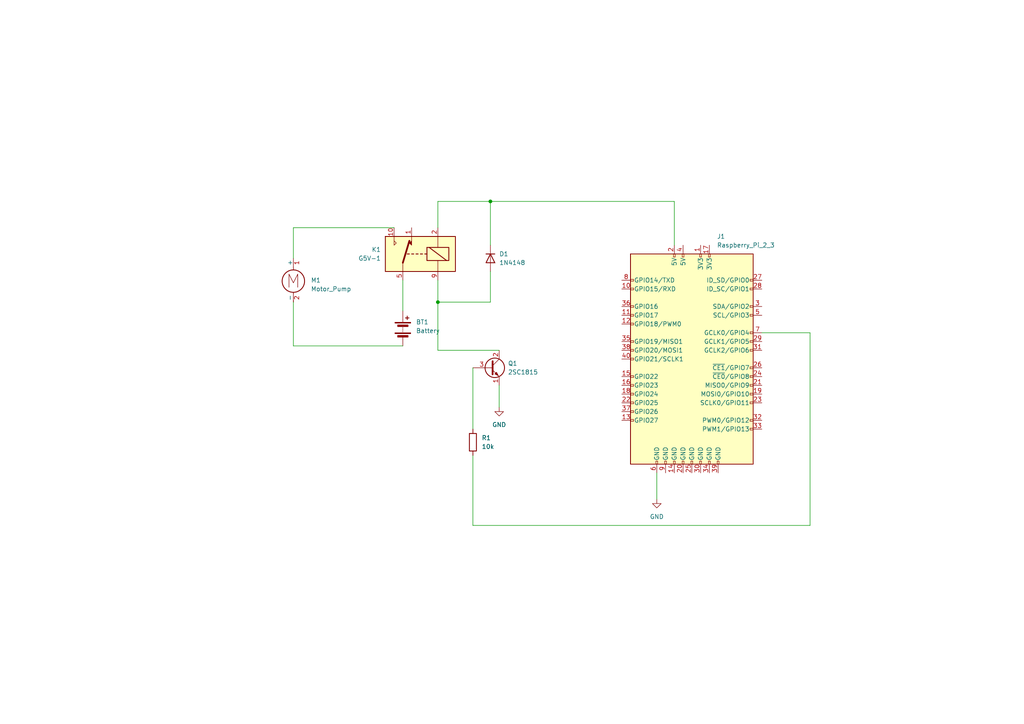
<source format=kicad_sch>
(kicad_sch (version 20230121) (generator eeschema)
  (paper "A4")
  (title_block (title "Feeder") (date "2023-12-13") (company "komasayuki"))
  (lib_symbols
    (symbol "Connector:Raspberry_Pi_2_3" (pin_names (offset 1.016))
      (property "Reference" "J" (at -17.78 31.75 0))
      (property "Value" "Raspberry_Pi_2_3" (at 10.16 -31.75 0))
      (symbol "Raspberry_Pi_2_3_0_1"
        (rectangle (start -17.78 30.48) (end 17.78 -30.48) (stroke (width 0.254)) (fill (type background)))
      )
      (symbol "Raspberry_Pi_2_3_1_1"
        (rectangle (start -16.891 -17.526) (end -17.78 -18.034))
        (rectangle (start -16.891 -14.986) (end -17.78 -15.494))
        (rectangle (start -16.891 -12.446) (end -17.78 -12.954))
        (rectangle (start -16.891 -9.906) (end -17.78 -10.414))
        (rectangle (start -16.891 -7.366) (end -17.78 -7.874))
        (rectangle (start -16.891 -4.826) (end -17.78 -5.334))
        (rectangle (start -16.891 0.254) (end -17.78 -0.254))
        (rectangle (start -16.891 2.794) (end -17.78 2.286))
        (rectangle (start -16.891 5.334) (end -17.78 4.826))
        (rectangle (start -16.891 10.414) (end -17.78 9.906))
        (rectangle (start -16.891 12.954) (end -17.78 12.446))
        (rectangle (start -16.891 15.494) (end -17.78 14.986))
        (rectangle (start -16.891 20.574) (end -17.78 20.066))
        (rectangle (start -16.891 23.114) (end -17.78 22.606))
        (rectangle (start -10.414 -29.591) (end -9.906 -30.48))
        (rectangle (start -7.874 -29.591) (end -7.366 -30.48))
        (rectangle (start -5.334 -29.591) (end -4.826 -30.48))
        (rectangle (start -5.334 30.48) (end -4.826 29.591))
        (rectangle (start -2.794 -29.591) (end -2.286 -30.48))
        (rectangle (start -2.794 30.48) (end -2.286 29.591))
        (rectangle (start -0.254 -29.591) (end 0.254 -30.48))
        (rectangle (start 2.286 -29.591) (end 2.794 -30.48))
        (rectangle (start 2.286 30.48) (end 2.794 29.591))
        (rectangle (start 4.826 -29.591) (end 5.334 -30.48))
        (rectangle (start 4.826 30.48) (end 5.334 29.591))
        (rectangle (start 7.366 -29.591) (end 7.874 -30.48))
        (rectangle (start 17.78 -20.066) (end 16.891 -20.574))
        (rectangle (start 17.78 -17.526) (end 16.891 -18.034))
        (rectangle (start 17.78 -12.446) (end 16.891 -12.954))
        (rectangle (start 17.78 -9.906) (end 16.891 -10.414))
        (rectangle (start 17.78 -7.366) (end 16.891 -7.874))
        (rectangle (start 17.78 -4.826) (end 16.891 -5.334))
        (rectangle (start 17.78 -2.286) (end 16.891 -2.794))
        (rectangle (start 17.78 2.794) (end 16.891 2.286))
        (rectangle (start 17.78 5.334) (end 16.891 4.826))
        (rectangle (start 17.78 7.874) (end 16.891 7.366))
        (rectangle (start 17.78 12.954) (end 16.891 12.446))
        (rectangle (start 17.78 15.494) (end 16.891 14.986))
        (rectangle (start 17.78 20.574) (end 16.891 20.066))
        (rectangle (start 17.78 23.114) (end 16.891 22.606))
        (pin power_in line (at 2.54 33.02 270) (length 2.54) (name "3V3") (number "1"))
        (pin bidirectional line (at -20.32 20.32 0) (length 2.54) (name "GPIO15/RXD") (number "10"))
        (pin bidirectional line (at -20.32 12.7 0) (length 2.54) (name "GPIO17") (number "11"))
        (pin bidirectional line (at -20.32 10.16 0) (length 2.54) (name "GPIO18/PWM0") (number "12"))
        (pin bidirectional line (at -20.32 -17.78 0) (length 2.54) (name "GPIO27") (number "13"))
        (pin power_in line (at -5.08 -33.02 90) (length 2.54) (name "GND") (number "14"))
        (pin bidirectional line (at -20.32 -5.08 0) (length 2.54) (name "GPIO22") (number "15"))
        (pin bidirectional line (at -20.32 -7.62 0) (length 2.54) (name "GPIO23") (number "16"))
        (pin power_in line (at 5.08 33.02 270) (length 2.54) (name "3V3") (number "17"))
        (pin bidirectional line (at -20.32 -10.16 0) (length 2.54) (name "GPIO24") (number "18"))
        (pin bidirectional line (at 20.32 -10.16 180) (length 2.54) (name "MOSI0/GPIO10") (number "19"))
        (pin power_in line (at -5.08 33.02 270) (length 2.54) (name "5V") (number "2"))
        (pin power_in line (at -2.54 -33.02 90) (length 2.54) (name "GND") (number "20"))
        (pin bidirectional line (at 20.32 -7.62 180) (length 2.54) (name "MISO0/GPIO9") (number "21"))
        (pin bidirectional line (at -20.32 -12.7 0) (length 2.54) (name "GPIO25") (number "22"))
        (pin bidirectional line (at 20.32 -12.7 180) (length 2.54) (name "SCLK0/GPIO11") (number "23"))
        (pin bidirectional line (at 20.32 -5.08 180) (length 2.54) (name "~{CE0}/GPIO8") (number "24"))
        (pin power_in line (at 0 -33.02 90) (length 2.54) (name "GND") (number "25"))
        (pin bidirectional line (at 20.32 -2.54 180) (length 2.54) (name "~{CE1}/GPIO7") (number "26"))
        (pin bidirectional line (at 20.32 22.86 180) (length 2.54) (name "ID_SD/GPIO0") (number "27"))
        (pin bidirectional line (at 20.32 20.32 180) (length 2.54) (name "ID_SC/GPIO1") (number "28"))
        (pin bidirectional line (at 20.32 5.08 180) (length 2.54) (name "GCLK1/GPIO5") (number "29"))
        (pin bidirectional line (at 20.32 15.24 180) (length 2.54) (name "SDA/GPIO2") (number "3"))
        (pin power_in line (at 2.54 -33.02 90) (length 2.54) (name "GND") (number "30"))
        (pin bidirectional line (at 20.32 2.54 180) (length 2.54) (name "GCLK2/GPIO6") (number "31"))
        (pin bidirectional line (at 20.32 -17.78 180) (length 2.54) (name "PWM0/GPIO12") (number "32"))
        (pin bidirectional line (at 20.32 -20.32 180) (length 2.54) (name "PWM1/GPIO13") (number "33"))
        (pin power_in line (at 5.08 -33.02 90) (length 2.54) (name "GND") (number "34"))
        (pin bidirectional line (at -20.32 5.08 0) (length 2.54) (name "GPIO19/MISO1") (number "35"))
        (pin bidirectional line (at -20.32 15.24 0) (length 2.54) (name "GPIO16") (number "36"))
        (pin bidirectional line (at -20.32 -15.24 0) (length 2.54) (name "GPIO26") (number "37"))
        (pin bidirectional line (at -20.32 2.54 0) (length 2.54) (name "GPIO20/MOSI1") (number "38"))
        (pin power_in line (at 7.62 -33.02 90) (length 2.54) (name "GND") (number "39"))
        (pin power_in line (at -2.54 33.02 270) (length 2.54) (name "5V") (number "4"))
        (pin bidirectional line (at -20.32 0 0) (length 2.54) (name "GPIO21/SCLK1") (number "40"))
        (pin bidirectional line (at 20.32 12.7 180) (length 2.54) (name "SCL/GPIO3") (number "5"))
        (pin power_in line (at -10.16 -33.02 90) (length 2.54) (name "GND") (number "6"))
        (pin bidirectional line (at 20.32 7.62 180) (length 2.54) (name "GCLK0/GPIO4") (number "7"))
        (pin bidirectional line (at -20.32 22.86 0) (length 2.54) (name "GPIO14/TXD") (number "8"))
        (pin power_in line (at -7.62 -33.02 90) (length 2.54) (name "GND") (number "9"))
      )
    )
    (symbol "Device:Battery" (pin_numbers hide) (pin_names (offset 0) hide)
      (property "Reference" "BT" (at 2.54 2.54 0))
      (property "Value" "Battery" (at 2.54 0 0))
      (symbol "Battery_0_1"
        (rectangle (start -2.286 -1.27) (end 2.286 -1.524) (fill (type outline)))
        (rectangle (start -2.286 1.778) (end 2.286 1.524) (fill (type outline)))
        (rectangle (start -1.524 -2.032) (end 1.524 -2.54) (fill (type outline)))
        (rectangle (start -1.524 1.016) (end 1.524 0.508) (fill (type outline)))
        (polyline (pts (xy 0 -1.016) (xy 0 -0.762)))
        (polyline (pts (xy 0 -0.508) (xy 0 -0.254)))
        (polyline (pts (xy 0 0) (xy 0 0.254)))
        (polyline (pts (xy 0 1.778) (xy 0 2.54)))
        (polyline (pts (xy 0.762 3.048) (xy 1.778 3.048)) (stroke (width 0.254)))
        (polyline (pts (xy 1.27 3.556) (xy 1.27 2.54)) (stroke (width 0.254)))
      )
      (symbol "Battery_1_1"
        (pin passive line (at 0 5.08 270) (length 2.54) (name "+") (number "1"))
        (pin passive line (at 0 -5.08 90) (length 2.54) (name "-") (number "2"))
      )
    )
    (symbol "Device:R" (pin_numbers hide) (pin_names (offset 0))
      (property "Reference" "R" (at 2.032 0 90))
      (property "Value" "R" (at 0 0 90))
      (symbol "R_0_1"
        (rectangle (start -1.016 -2.54) (end 1.016 2.54) (stroke (width 0.254)))
      )
      (symbol "R_1_1"
        (pin passive line (at 0 3.81 270) (length 1.27) (name "~") (number "1"))
        (pin passive line (at 0 -3.81 90) (length 1.27) (name "~") (number "2"))
      )
    )
    (symbol "Diode:1N4148" (pin_numbers hide) (pin_names hide)
      (property "Reference" "D" (at 0 2.54 0))
      (property "Value" "1N4148" (at 0 -2.54 0))
      (symbol "1N4148_0_1"
        (polyline (pts (xy -1.27 1.27) (xy -1.27 -1.27)) (stroke (width 0.254)))
        (polyline (pts (xy 1.27 0) (xy -1.27 0)))
        (polyline (pts (xy 1.27 1.27) (xy 1.27 -1.27) (xy -1.27 0) (xy 1.27 1.27)) (stroke (width 0.254)))
      )
      (symbol "1N4148_1_1"
        (pin passive line (at -3.81 0 0) (length 2.54) (name "K") (number "1"))
        (pin passive line (at 3.81 0 180) (length 2.54) (name "A") (number "2"))
      )
    )
    (symbol "Motor:Motor_DC" (pin_names (offset 0))
      (property "Reference" "M" (at 2.54 2.54 0))
      (property "Value" "Motor_DC" (at 2.54 -5.08 0))
      (symbol "Motor_DC_0_0"
        (polyline (pts (xy -1.27 -3.302) (xy -1.27 0.508) (xy 0 -2.032) (xy 1.27 0.508) (xy 1.27 -3.302)))
      )
      (symbol "Motor_DC_0_1"
        (circle (center 0 -1.524) (radius 3.2512) (stroke (width 0.254)))
        (polyline (pts (xy 0 -7.62) (xy 0 -7.112)))
        (polyline (pts (xy 0 -4.7752) (xy 0 -5.1816)))
        (polyline (pts (xy 0 1.7272) (xy 0 2.0828)))
        (polyline (pts (xy 0 2.032) (xy 0 2.54)))
      )
      (symbol "Motor_DC_1_1"
        (pin passive line (at 0 5.08 270) (length 2.54) (name "+") (number "1"))
        (pin passive line (at 0 -7.62 90) (length 2.54) (name "-") (number "2"))
      )
    )
    (symbol "Relay:G5V-1"
      (property "Reference" "K" (at 11.43 3.81 0))
      (property "Value" "G5V-1" (at 11.43 1.27 0))
      (symbol "G5V-1_0_0"
        (polyline (pts (xy 7.62 5.08) (xy 7.62 2.54) (xy 6.985 3.175) (xy 7.62 3.81)))
      )
      (symbol "G5V-1_0_1"
        (rectangle (start -10.16 5.08) (end 10.16 -5.08) (stroke (width 0.254)) (fill (type background)))
        (rectangle (start -8.255 1.905) (end -1.905 -1.905) (stroke (width 0.254)))
        (polyline (pts (xy -7.62 -1.905) (xy -2.54 1.905)) (stroke (width 0.254)))
        (polyline (pts (xy -5.08 -5.08) (xy -5.08 -1.905)))
        (polyline (pts (xy -5.08 5.08) (xy -5.08 1.905)))
        (polyline (pts (xy -1.905 0) (xy -1.27 0)) (stroke (width 0.254)))
        (polyline (pts (xy -0.635 0) (xy 0 0)) (stroke (width 0.254)))
        (polyline (pts (xy 0.635 0) (xy 1.27 0)) (stroke (width 0.254)))
        (polyline (pts (xy 1.905 0) (xy 2.54 0)) (stroke (width 0.254)))
        (polyline (pts (xy 3.175 0) (xy 3.81 0)) (stroke (width 0.254)))
        (polyline (pts (xy 5.08 -2.54) (xy 3.175 3.81)) (stroke (width 0.508)))
        (polyline (pts (xy 5.08 -2.54) (xy 5.08 -5.08)))
        (polyline (pts (xy 2.54 5.08) (xy 2.54 2.54) (xy 3.175 3.175) (xy 2.54 3.81)) (fill (type outline)))
      )
      (symbol "G5V-1_1_1"
        (pin passive line (at 2.54 7.62 270) (length 2.54) (name "~") (number "1"))
        (pin passive line (at 7.62 7.62 270) (length 2.54) (name "~") (number "10"))
        (pin passive line (at -5.08 7.62 270) (length 2.54) (name "~") (number "2"))
        (pin passive line (at 5.08 -7.62 90) (length 2.54) (name "~") (number "5"))
        (pin passive line (at 5.08 -7.62 90) (length 2.54) hide (name "~") (number "6"))
        (pin passive line (at -5.08 -7.62 90) (length 2.54) (name "~") (number "9"))
      )
    )
    (symbol "Transistor_BJT:2SC1815" (pin_names (offset 0) hide)
      (property "Reference" "Q" (at 5.08 1.905 0))
      (property "Value" "2SC1815" (at 5.08 0 0))
      (symbol "2SC1815_0_1"
        (polyline (pts (xy 0 0) (xy 0.508 0)))
        (polyline (pts (xy 0.635 0.635) (xy 2.54 2.54)))
        (polyline (pts (xy 0.635 -0.635) (xy 2.54 -2.54) (xy 2.54 -2.54)))
        (polyline (pts (xy 0.635 1.905) (xy 0.635 -1.905) (xy 0.635 -1.905)) (stroke (width 0.508)))
        (polyline (pts (xy 1.27 -1.778) (xy 1.778 -1.27) (xy 2.286 -2.286) (xy 1.27 -1.778) (xy 1.27 -1.778)) (fill (type outline)))
        (circle (center 1.27 0) (radius 2.8194) (stroke (width 0.254)))
      )
      (symbol "2SC1815_1_1"
        (pin passive line (at 2.54 -5.08 90) (length 2.54) (name "E") (number "1"))
        (pin passive line (at 2.54 5.08 270) (length 2.54) (name "C") (number "2"))
        (pin input line (at -5.08 0 0) (length 5.08) (name "B") (number "3"))
      )
    )
    (symbol "power:GND" (power) (pin_names (offset 0))
      (property "Value" "GND" (at 0 -3.81 0))
      (symbol "GND_0_1"
        (polyline (pts (xy 0 0) (xy 0 -1.27) (xy 1.27 -1.27) (xy 0 -2.54) (xy -1.27 -1.27) (xy 0 -1.27)))
      )
      (symbol "GND_1_1"
        (pin power_in line (at 0 0 270) (length 0) hide (name "GND") (number "1"))
      )
    )
  )
  (junction (at 127 87.63))
  (junction (at 142.24 58.42))
  (wire (pts (xy 142.24 78.74) (xy 142.24 87.63)))
  (wire (pts (xy 142.24 87.63) (xy 127 87.63)))
  (wire (pts (xy 127 87.63) (xy 127 101.6)))
  (wire (pts (xy 142.24 71.12) (xy 142.24 58.42)))
  (wire (pts (xy 137.16 106.68) (xy 137.16 124.46)))
  (wire (pts (xy 85.09 87.63) (xy 85.09 100.33)))
  (wire (pts (xy 116.84 81.28) (xy 116.84 90.17)))
  (wire (pts (xy 144.78 111.76) (xy 144.78 118.11)))
  (wire (pts (xy 127 101.6) (xy 144.78 101.6)))
  (wire (pts (xy 234.95 96.52) (xy 234.95 152.4)))
  (wire (pts (xy 85.09 100.33) (xy 116.84 100.33)))
  (wire (pts (xy 85.09 66.04) (xy 85.09 74.93)))
  (wire (pts (xy 142.24 58.42) (xy 127 58.42)))
  (wire (pts (xy 127 58.42) (xy 127 66.04)))
  (wire (pts (xy 137.16 152.4) (xy 234.95 152.4)))
  (wire (pts (xy 137.16 152.4) (xy 137.16 132.08)))
  (wire (pts (xy 195.58 71.12) (xy 195.58 58.42)))
  (wire (pts (xy 190.5 137.16) (xy 190.5 144.78)))
  (wire (pts (xy 114.3 66.04) (xy 85.09 66.04)))
  (wire (pts (xy 195.58 58.42) (xy 142.24 58.42)))
  (wire (pts (xy 220.98 96.52) (xy 234.95 96.52)))
  (wire (pts (xy 127 81.28) (xy 127 87.63)))
  (symbol (lib_id "Motor:Motor_DC") (at 85.09 80.01 0) (unit 1)
    (property "Reference" "M1" (at 90.17 81.28 0) (effects (justify left)))
    (property "Value" "Motor_Pump" (at 90.17 83.82 0) (effects (justify left)))
  )
  (symbol (lib_id "power:GND") (at 190.5 144.78 0) (unit 1)
    (property "Reference" "#PWR02" (effects hide))
    (property "Value" "GND" (at 190.5 149.86 0))
  )
  (symbol (lib_id "power:GND") (at 144.78 118.11 0) (unit 1)
    (property "Reference" "#PWR01" (effects hide))
    (property "Value" "GND" (at 144.78 123.19 0))
  )
  (symbol (lib_id "Relay:G5V-1") (at 121.92 73.66 0) (mirror y) (unit 1)
    (property "Reference" "K1" (at 110.49 72.39 0) (effects (justify left)))
    (property "Value" "G5V-1" (at 110.49 74.93 0) (effects (justify left)))
    (property "Footprint" "Relay_THT:Relay_SPDT_Omron_G5V-1" (effects hide))
    (property "Datasheet" "http://omronfs.omron.com/en_US/ecb/products/pdf/en-g5v_1.pdf" (effects hide))
  )
  (symbol (lib_id "Connector:Raspberry_Pi_2_3") (at 200.66 104.14 0) (unit 1)
    (property "Reference" "J1" (at 207.9341 68.58 0) (effects (justify left)))
    (property "Value" "Raspberry_Pi_2_3" (at 207.9341 71.12 0) (effects (justify left)))
    (property "Datasheet" "https://www.raspberrypi.org/documentation/hardware/raspberrypi/schematics/rpi_SCH_3bplus_1p0_reduced.pdf" (effects hide))
  )
  (symbol (lib_id "Device:Battery") (at 116.84 95.25 0) (unit 1)
    (property "Reference" "BT1" (at 120.65 93.4085 0) (effects (justify left)))
    (property "Value" "Battery" (at 120.65 95.9485 0) (effects (justify left)))
  )
  (symbol (lib_id "Transistor_BJT:2SC1815") (at 142.24 106.68 0) (unit 1)
    (property "Reference" "Q1" (at 147.32 105.41 0) (effects (justify left)))
    (property "Value" "2SC1815" (at 147.32 107.95 0) (effects (justify left)))
    (property "Footprint" "Package_TO_SOT_THT:TO-92_Inline" (effects hide))
    (property "Datasheet" "https://media.digikey.com/pdf/Data%20Sheets/Toshiba%20PDFs/2SC1815.pdf" (effects hide))
  )
  (symbol (lib_id "Diode:1N4148") (at 142.24 74.93 270) (unit 1)
    (property "Reference" "D1" (at 144.78 73.66 90) (effects (justify left)))
    (property "Value" "1N4148" (at 144.78 76.2 90) (effects (justify left)))
    (property "Footprint" "Diode_THT:D_DO-35_SOD27_P7.62mm_Horizontal" (effects hide))
    (property "Datasheet" "https://assets.nexperia.com/documents/data-sheet/1N4148_1N4448.pdf" (effects hide))
    (property "Sim.Device" "D" (effects hide))
    (property "Sim.Pins" "1=K 2=A" (effects hide))
  )
  (symbol (lib_id "Device:R") (at 137.16 128.27 0) (unit 1)
    (property "Reference" "R1" (at 139.7 127 0) (effects (justify left)))
    (property "Value" "10k" (at 139.7 129.54 0) (effects (justify left)))
  )
)
</source>
